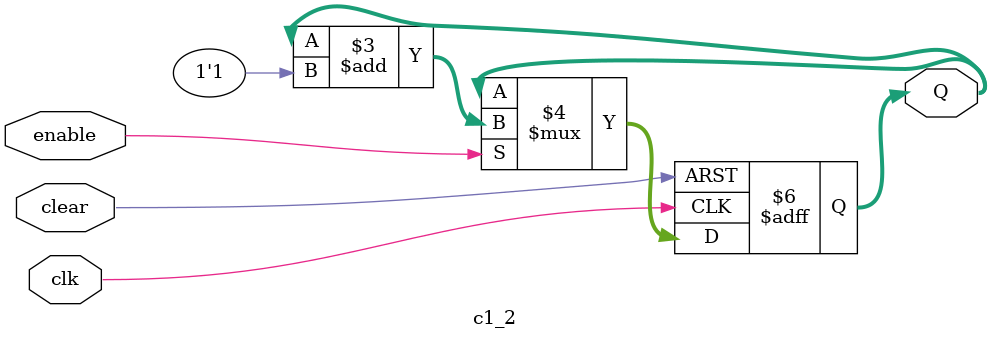
<source format=v>
module c1_2(
	 input clk,    
    input enable,  
    input clear,   
    output reg [3:0] Q  
);
	always @(posedge clk or negedge clear) begin
        if (!clear) Q <= 4'b0000;  
        else if (enable) Q <= Q + 1'b1;
    end
endmodule
</source>
